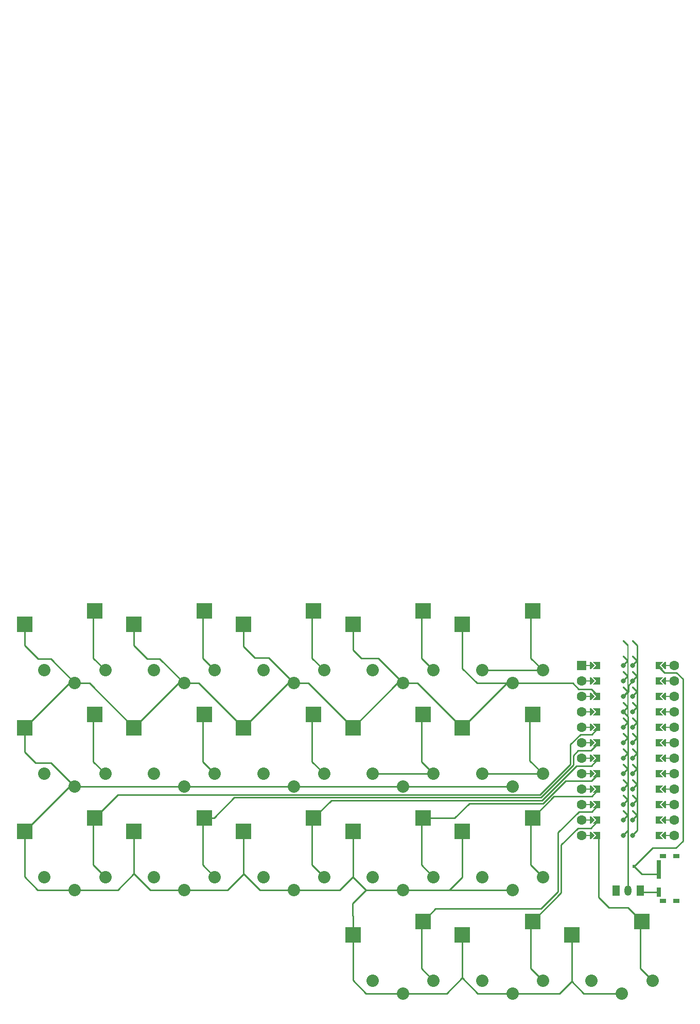
<source format=gbr>
%TF.GenerationSoftware,KiCad,Pcbnew,(6.0.7)*%
%TF.CreationDate,2022-08-24T19:26:19+02:00*%
%TF.ProjectId,leko_pona,6c656b6f-5f70-46f6-9e61-2e6b69636164,v1.0.0*%
%TF.SameCoordinates,Original*%
%TF.FileFunction,Copper,L1,Top*%
%TF.FilePolarity,Positive*%
%FSLAX46Y46*%
G04 Gerber Fmt 4.6, Leading zero omitted, Abs format (unit mm)*
G04 Created by KiCad (PCBNEW (6.0.7)) date 2022-08-24 19:26:19*
%MOMM*%
%LPD*%
G01*
G04 APERTURE LIST*
G04 Aperture macros list*
%AMFreePoly0*
4,1,5,0.125000,-0.500000,-0.125000,-0.500000,-0.125000,0.500000,0.125000,0.500000,0.125000,-0.500000,0.125000,-0.500000,$1*%
%AMFreePoly1*
4,1,6,0.600000,0.200000,0.000000,-0.400000,-0.600000,0.200000,-0.600000,0.400000,0.600000,0.400000,0.600000,0.200000,0.600000,0.200000,$1*%
%AMFreePoly2*
4,1,6,0.600000,-0.250000,-0.600000,-0.250000,-0.600000,1.000000,0.000000,0.400000,0.600000,1.000000,0.600000,-0.250000,0.600000,-0.250000,$1*%
%AMFreePoly3*
4,1,49,0.088388,4.152388,0.854389,3.386388,0.867708,3.368551,0.871189,3.365530,0.871982,3.362827,0.875852,3.357644,0.882333,3.327543,0.891000,3.298000,0.891000,0.766000,0.887805,0.743969,0.888131,0.739371,0.886780,0.736898,0.885852,0.730498,0.869154,0.704638,0.854389,0.677612,0.088388,-0.088388,0.064607,-0.106146,0.062500,-0.108253,0.061385,-0.108552,0.059644,-0.109852,
0.043810,-0.113261,0.000000,-0.125000,-0.004774,-0.123721,-0.009154,-0.124664,-0.028953,-0.117242,-0.062500,-0.108253,-0.068237,-0.102516,-0.075052,-0.099961,-0.087614,-0.083139,-0.108253,-0.062500,-0.111178,-0.051584,-0.117161,-0.043572,-0.118539,-0.024114,-0.125000,0.000000,-0.121239,0.014035,-0.122131,0.026629,-0.113759,0.041953,-0.108253,0.062500,-0.095642,0.075111,-0.088388,0.088388,
0.641000,0.817777,0.641000,3.246223,-0.088388,3.975612,-0.109852,4.004356,-0.124664,4.073154,-0.099961,4.139052,-0.043572,4.181161,0.026629,4.186131,0.088388,4.152388,0.088388,4.152388,$1*%
%AMFreePoly4*
4,1,49,0.088388,4.152388,0.850389,3.390388,0.863708,3.372551,0.867189,3.369530,0.867982,3.366827,0.871852,3.361644,0.878333,3.331543,0.887000,3.302000,0.887000,0.762000,0.883805,0.739969,0.884131,0.735371,0.882780,0.732898,0.881852,0.726498,0.865154,0.700638,0.850389,0.673612,0.088388,-0.088388,0.064607,-0.106146,0.062500,-0.108253,0.061385,-0.108552,0.059644,-0.109852,
0.043810,-0.113261,0.000000,-0.125000,-0.004774,-0.123721,-0.009154,-0.124664,-0.028953,-0.117242,-0.062500,-0.108253,-0.068237,-0.102516,-0.075052,-0.099961,-0.087614,-0.083139,-0.108253,-0.062500,-0.111178,-0.051584,-0.117161,-0.043572,-0.118539,-0.024114,-0.125000,0.000000,-0.121239,0.014035,-0.122131,0.026629,-0.113759,0.041953,-0.108253,0.062500,-0.095642,0.075111,-0.088388,0.088388,
0.637000,0.813777,0.637000,3.250223,-0.088388,3.975612,-0.109852,4.004356,-0.124664,4.073154,-0.099961,4.139052,-0.043572,4.181161,0.026629,4.186131,0.088388,4.152388,0.088388,4.152388,$1*%
G04 Aperture macros list end*
%TA.AperFunction,SMDPad,CuDef*%
%ADD10R,2.600000X2.600000*%
%TD*%
%TA.AperFunction,ComponentPad*%
%ADD11C,0.600000*%
%TD*%
%TA.AperFunction,ComponentPad*%
%ADD12C,2.032000*%
%TD*%
%TA.AperFunction,SMDPad,CuDef*%
%ADD13R,1.000000X0.800000*%
%TD*%
%TA.AperFunction,SMDPad,CuDef*%
%ADD14R,0.700000X1.500000*%
%TD*%
%TA.AperFunction,ComponentPad*%
%ADD15C,1.600000*%
%TD*%
%TA.AperFunction,SMDPad,CuDef*%
%ADD16FreePoly0,90.000000*%
%TD*%
%TA.AperFunction,SMDPad,CuDef*%
%ADD17FreePoly1,270.000000*%
%TD*%
%TA.AperFunction,SMDPad,CuDef*%
%ADD18FreePoly0,270.000000*%
%TD*%
%TA.AperFunction,SMDPad,CuDef*%
%ADD19FreePoly1,90.000000*%
%TD*%
%TA.AperFunction,ComponentPad*%
%ADD20R,1.600000X1.600000*%
%TD*%
%TA.AperFunction,SMDPad,CuDef*%
%ADD21FreePoly2,270.000000*%
%TD*%
%TA.AperFunction,SMDPad,CuDef*%
%ADD22FreePoly3,270.000000*%
%TD*%
%TA.AperFunction,ComponentPad*%
%ADD23C,0.800000*%
%TD*%
%TA.AperFunction,SMDPad,CuDef*%
%ADD24FreePoly4,90.000000*%
%TD*%
%TA.AperFunction,SMDPad,CuDef*%
%ADD25FreePoly2,90.000000*%
%TD*%
%TA.AperFunction,ComponentPad*%
%ADD26R,1.200000X1.700000*%
%TD*%
%TA.AperFunction,ComponentPad*%
%ADD27O,1.200000X1.700000*%
%TD*%
%TA.AperFunction,Conductor*%
%ADD28C,0.250000*%
%TD*%
G04 APERTURE END LIST*
D10*
%TO.P,S31,1*%
%TO.N,thumb_tucky_default*%
X57275000Y-11050000D03*
%TO.P,S31,2*%
%TO.N,GND*%
X45725000Y-13250000D03*
%TD*%
%TO.P,S19,1*%
%TO.N,main_index_bottom*%
X57275000Y5950000D03*
%TO.P,S19,2*%
%TO.N,GND*%
X45725000Y3750000D03*
%TD*%
%TO.P,S9,1*%
%TO.N,main_ring_home*%
X21275000Y22950000D03*
%TO.P,S9,2*%
%TO.N,GND*%
X9725000Y20750000D03*
%TD*%
%TO.P,S11,1*%
%TO.N,main_ring_top*%
X21275000Y39950000D03*
%TO.P,S11,2*%
%TO.N,GND*%
X9725000Y37750000D03*
%TD*%
%TO.P,S7,1*%
%TO.N,main_ring_bottom*%
X21275000Y5950000D03*
%TO.P,S7,2*%
%TO.N,GND*%
X9725000Y3750000D03*
%TD*%
D11*
%TO.P,REF\u002A\u002A,1*%
%TO.N,RAW*%
X92000000Y-2000000D03*
%TD*%
D10*
%TO.P,S23,1*%
%TO.N,main_index_top*%
X57275000Y39950000D03*
%TO.P,S23,2*%
%TO.N,GND*%
X45725000Y37750000D03*
%TD*%
%TO.P,S1,1*%
%TO.N,main_pinky_bottom*%
X3275000Y5950000D03*
%TO.P,S1,2*%
%TO.N,GND*%
X-8275000Y3750000D03*
%TD*%
D12*
%TO.P,S28,1*%
%TO.N,main_inner_home*%
X67000000Y13200000D03*
X77000000Y13200000D03*
%TO.P,S28,2*%
%TO.N,GND*%
X72000000Y11100000D03*
X72000000Y11100000D03*
%TD*%
%TO.P,S8,1*%
%TO.N,main_ring_bottom*%
X13000000Y-3800000D03*
X23000000Y-3800000D03*
%TO.P,S8,2*%
%TO.N,GND*%
X18000000Y-5900000D03*
X18000000Y-5900000D03*
%TD*%
%TO.P,S20,1*%
%TO.N,main_index_bottom*%
X49000000Y-3800000D03*
X59000000Y-3800000D03*
%TO.P,S20,2*%
%TO.N,GND*%
X54000000Y-5900000D03*
X54000000Y-5900000D03*
%TD*%
D13*
%TO.P,,*%
%TO.N,*%
X98930000Y-350000D03*
X98930000Y-7650000D03*
X96720000Y-350000D03*
X96720000Y-7650000D03*
D14*
%TO.P,,1*%
%TO.N,pos*%
X96070000Y-6250000D03*
%TO.P,,2*%
%TO.N,RAW*%
X96070000Y-3250000D03*
%TO.P,,3*%
%TO.N,N/C*%
X96070000Y-1750000D03*
%TD*%
D10*
%TO.P,S33,1*%
%TO.N,thumb_middle_default*%
X75275000Y-11050000D03*
%TO.P,S33,2*%
%TO.N,GND*%
X63725000Y-13250000D03*
%TD*%
D12*
%TO.P,S22,1*%
%TO.N,main_index_home*%
X59000000Y13200000D03*
X49000000Y13200000D03*
%TO.P,S22,2*%
%TO.N,GND*%
X54000000Y11100000D03*
X54000000Y11100000D03*
%TD*%
%TO.P,S6,1*%
%TO.N,main_pinky_top*%
X5000000Y30200000D03*
X-5000000Y30200000D03*
%TO.P,S6,2*%
%TO.N,GND*%
X0Y28100000D03*
X0Y28100000D03*
%TD*%
D10*
%TO.P,S27,1*%
%TO.N,main_inner_home*%
X75275000Y22950000D03*
%TO.P,S27,2*%
%TO.N,GND*%
X63725000Y20750000D03*
%TD*%
D12*
%TO.P,S14,1*%
%TO.N,main_middle_bottom*%
X41000000Y-3800000D03*
X31000000Y-3800000D03*
%TO.P,S14,2*%
%TO.N,GND*%
X36000000Y-5900000D03*
X36000000Y-5900000D03*
%TD*%
%TO.P,S34,1*%
%TO.N,thumb_middle_default*%
X67000000Y-20800000D03*
X77000000Y-20800000D03*
%TO.P,S34,2*%
%TO.N,GND*%
X72000000Y-22900000D03*
X72000000Y-22900000D03*
%TD*%
D10*
%TO.P,S15,1*%
%TO.N,main_middle_home*%
X39275000Y22950000D03*
%TO.P,S15,2*%
%TO.N,GND*%
X27725000Y20750000D03*
%TD*%
D12*
%TO.P,S18,1*%
%TO.N,main_middle_top*%
X31000000Y30200000D03*
X41000000Y30200000D03*
%TO.P,S18,2*%
%TO.N,GND*%
X36000000Y28100000D03*
X36000000Y28100000D03*
%TD*%
D10*
%TO.P,S21,1*%
%TO.N,main_index_home*%
X57275000Y22950000D03*
%TO.P,S21,2*%
%TO.N,GND*%
X45725000Y20750000D03*
%TD*%
D12*
%TO.P,S32,1*%
%TO.N,thumb_tucky_default*%
X59000000Y-20800000D03*
X49000000Y-20800000D03*
%TO.P,S32,2*%
%TO.N,GND*%
X54000000Y-22900000D03*
X54000000Y-22900000D03*
%TD*%
%TO.P,S30,1*%
%TO.N,main_inner_top*%
X67000000Y30200000D03*
X77000000Y30200000D03*
%TO.P,S30,2*%
%TO.N,GND*%
X72000000Y28100000D03*
X72000000Y28100000D03*
%TD*%
D10*
%TO.P,S29,1*%
%TO.N,main_inner_top*%
X75275000Y39950000D03*
%TO.P,S29,2*%
%TO.N,GND*%
X63725000Y37750000D03*
%TD*%
%TO.P,S25,1*%
%TO.N,main_inner_bottom*%
X75275000Y5950000D03*
%TO.P,S25,2*%
%TO.N,GND*%
X63725000Y3750000D03*
%TD*%
D12*
%TO.P,S36,1*%
%TO.N,thumb_reachy_default*%
X95000000Y-20800000D03*
X85000000Y-20800000D03*
%TO.P,S36,2*%
%TO.N,GND*%
X90000000Y-22900000D03*
X90000000Y-22900000D03*
%TD*%
D10*
%TO.P,S17,1*%
%TO.N,main_middle_top*%
X39275000Y39950000D03*
%TO.P,S17,2*%
%TO.N,GND*%
X27725000Y37750000D03*
%TD*%
%TO.P,S35,1*%
%TO.N,thumb_reachy_default*%
X93275000Y-11050000D03*
%TO.P,S35,2*%
%TO.N,GND*%
X81725000Y-13250000D03*
%TD*%
D12*
%TO.P,S12,1*%
%TO.N,main_ring_top*%
X13000000Y30200000D03*
X23000000Y30200000D03*
%TO.P,S12,2*%
%TO.N,GND*%
X18000000Y28100000D03*
X18000000Y28100000D03*
%TD*%
D10*
%TO.P,S13,1*%
%TO.N,main_middle_bottom*%
X39275000Y5950000D03*
%TO.P,S13,2*%
%TO.N,GND*%
X27725000Y3750000D03*
%TD*%
D15*
%TO.P,MCU1,*%
%TO.N,*%
X98620000Y28430000D03*
D16*
X84650000Y15730000D03*
D17*
X96842000Y13190000D03*
D18*
X97350000Y20810000D03*
D16*
X84650000Y28430000D03*
D15*
X83380000Y15730000D03*
D19*
X85158000Y8110000D03*
D15*
X98620000Y23350000D03*
X98620000Y8110000D03*
X98620000Y13190000D03*
D17*
X96842000Y23350000D03*
D19*
X85158000Y20810000D03*
D18*
X97350000Y5570000D03*
D15*
X83380000Y20810000D03*
X83380000Y23350000D03*
D18*
X97350000Y18270000D03*
D19*
X85158000Y10650000D03*
D15*
X83380000Y10650000D03*
D18*
X97350000Y25890000D03*
D17*
X96842000Y15730000D03*
D18*
X97350000Y23350000D03*
D15*
X83380000Y18270000D03*
X98620000Y30970000D03*
X98620000Y3030000D03*
X98620000Y25890000D03*
X83380000Y5570000D03*
D16*
X84650000Y23350000D03*
D15*
X98620000Y20810000D03*
D18*
X97350000Y28430000D03*
D19*
X85158000Y15730000D03*
D15*
X83380000Y28430000D03*
D18*
X97350000Y13190000D03*
X97350000Y15730000D03*
D16*
X84650000Y20810000D03*
D17*
X96842000Y18270000D03*
D20*
X83380000Y30970000D03*
D15*
X83380000Y30970000D03*
D19*
X85158000Y13190000D03*
X85158000Y25890000D03*
D17*
X96842000Y30970000D03*
D15*
X98620000Y15730000D03*
X83380000Y25890000D03*
D16*
X84650000Y30970000D03*
D15*
X98620000Y18270000D03*
D16*
X84650000Y18270000D03*
D19*
X85158000Y28430000D03*
D18*
X97350000Y30970000D03*
D15*
X98620000Y5570000D03*
D16*
X84650000Y5570000D03*
X84650000Y25890000D03*
D19*
X85158000Y18270000D03*
D17*
X96842000Y5570000D03*
D19*
X85158000Y3030000D03*
D15*
X83380000Y3030000D03*
D19*
X85158000Y30970000D03*
X85158000Y5570000D03*
D15*
X83380000Y8110000D03*
D17*
X96842000Y3030000D03*
X96842000Y8110000D03*
D16*
X84650000Y13190000D03*
D19*
X85158000Y23350000D03*
D18*
X97350000Y8110000D03*
D17*
X96842000Y20810000D03*
D15*
X98620000Y10650000D03*
D16*
X84650000Y10650000D03*
X84650000Y8110000D03*
D18*
X97350000Y3030000D03*
D17*
X96842000Y28430000D03*
D15*
X83380000Y13190000D03*
D17*
X96842000Y10650000D03*
D18*
X97350000Y10650000D03*
D17*
X96842000Y25890000D03*
D16*
X84650000Y3030000D03*
D21*
%TO.P,MCU1,1*%
%TO.N,RAW*%
X95826000Y30970000D03*
D22*
X91762000Y30970000D03*
D23*
X91762000Y30970000D03*
D21*
%TO.P,MCU1,2*%
%TO.N,GND*%
X95826000Y28430000D03*
D23*
X91762000Y28430000D03*
D22*
X91762000Y28430000D03*
D23*
%TO.P,MCU1,3*%
%TO.N,RST*%
X91762000Y25890000D03*
D22*
X91762000Y25890000D03*
D21*
X95826000Y25890000D03*
%TO.P,MCU1,4*%
%TO.N,VCC*%
X95826000Y23350000D03*
D22*
X91762000Y23350000D03*
D23*
X91762000Y23350000D03*
%TO.P,MCU1,5*%
%TO.N,main_middle_top*%
X91762000Y20810000D03*
D21*
X95826000Y20810000D03*
D22*
X91762000Y20810000D03*
%TO.P,MCU1,6*%
%TO.N,main_ring_top*%
X91762000Y18270000D03*
D21*
X95826000Y18270000D03*
D23*
X91762000Y18270000D03*
D21*
%TO.P,MCU1,7*%
%TO.N,main_pinky_top*%
X95826000Y15730000D03*
D23*
X91762000Y15730000D03*
D22*
X91762000Y15730000D03*
D23*
%TO.P,MCU1,8*%
%TO.N,main_inner_home*%
X91762000Y13190000D03*
D21*
X95826000Y13190000D03*
D22*
X91762000Y13190000D03*
D21*
%TO.P,MCU1,9*%
%TO.N,main_index_home*%
X95826000Y10650000D03*
D23*
X91762000Y10650000D03*
D22*
X91762000Y10650000D03*
D21*
%TO.P,MCU1,10*%
%TO.N,main_middle_home*%
X95826000Y8110000D03*
D23*
X91762000Y8110000D03*
D22*
X91762000Y8110000D03*
D23*
%TO.P,MCU1,11*%
%TO.N,main_ring_home*%
X91762000Y5570000D03*
D22*
X91762000Y5570000D03*
D21*
X95826000Y5570000D03*
D23*
%TO.P,MCU1,12*%
%TO.N,main_pinky_home*%
X91762000Y3030000D03*
D21*
X95826000Y3030000D03*
D22*
X91762000Y3030000D03*
D23*
%TO.P,MCU1,13*%
%TO.N,thumb_reachy_default*%
X90238000Y3030000D03*
D24*
X90238000Y3030000D03*
D25*
X86174000Y3030000D03*
%TO.P,MCU1,14*%
%TO.N,thumb_middle_default*%
X86174000Y5570000D03*
D24*
X90238000Y5570000D03*
D23*
X90238000Y5570000D03*
D25*
%TO.P,MCU1,15*%
%TO.N,thumb_tucky_default*%
X86174000Y8110000D03*
D23*
X90238000Y8110000D03*
D24*
X90238000Y8110000D03*
D25*
%TO.P,MCU1,16*%
%TO.N,main_inner_bottom*%
X86174000Y10650000D03*
D24*
X90238000Y10650000D03*
D23*
X90238000Y10650000D03*
%TO.P,MCU1,17*%
%TO.N,main_index_bottom*%
X90238000Y13190000D03*
D25*
X86174000Y13190000D03*
D24*
X90238000Y13190000D03*
%TO.P,MCU1,18*%
%TO.N,main_middle_bottom*%
X90238000Y15730000D03*
D25*
X86174000Y15730000D03*
D23*
X90238000Y15730000D03*
D25*
%TO.P,MCU1,19*%
%TO.N,main_ring_bottom*%
X86174000Y18270000D03*
D24*
X90238000Y18270000D03*
D23*
X90238000Y18270000D03*
D25*
%TO.P,MCU1,20*%
%TO.N,main_pinky_bottom*%
X86174000Y20810000D03*
D24*
X90238000Y20810000D03*
D23*
X90238000Y20810000D03*
D25*
%TO.P,MCU1,21*%
%TO.N,GND*%
X86174000Y23350000D03*
D24*
X90238000Y23350000D03*
D23*
X90238000Y23350000D03*
D24*
%TO.P,MCU1,22*%
X90238000Y25890000D03*
D25*
X86174000Y25890000D03*
D23*
X90238000Y25890000D03*
%TO.P,MCU1,23*%
%TO.N,main_index_top*%
X90238000Y28430000D03*
D24*
X90238000Y28430000D03*
D25*
X86174000Y28430000D03*
D24*
%TO.P,MCU1,24*%
%TO.N,main_inner_top*%
X90238000Y30970000D03*
D25*
X86174000Y30970000D03*
D23*
X90238000Y30970000D03*
%TD*%
D12*
%TO.P,S24,1*%
%TO.N,main_index_top*%
X49000000Y30200000D03*
X59000000Y30200000D03*
%TO.P,S24,2*%
%TO.N,GND*%
X54000000Y28100000D03*
X54000000Y28100000D03*
%TD*%
%TO.P,S16,1*%
%TO.N,main_middle_home*%
X41000000Y13200000D03*
X31000000Y13200000D03*
%TO.P,S16,2*%
%TO.N,GND*%
X36000000Y11100000D03*
X36000000Y11100000D03*
%TD*%
%TO.P,S10,1*%
%TO.N,main_ring_home*%
X23000000Y13200000D03*
X13000000Y13200000D03*
%TO.P,S10,2*%
%TO.N,GND*%
X18000000Y11100000D03*
X18000000Y11100000D03*
%TD*%
D10*
%TO.P,S3,1*%
%TO.N,main_pinky_home*%
X3275000Y22950000D03*
%TO.P,S3,2*%
%TO.N,GND*%
X-8275000Y20750000D03*
%TD*%
D12*
%TO.P,S26,1*%
%TO.N,main_inner_bottom*%
X77000000Y-3800000D03*
X67000000Y-3800000D03*
%TO.P,S26,2*%
%TO.N,GND*%
X72000000Y-5900000D03*
X72000000Y-5900000D03*
%TD*%
D26*
%TO.P,JST1,1*%
%TO.N,pos*%
X93000000Y-6000000D03*
D27*
%TO.P,JST1,2*%
%TO.N,GND*%
X91000000Y-6000000D03*
D26*
%TO.P,JST1,3*%
%TO.N,pos*%
X89000000Y-6000000D03*
%TD*%
D12*
%TO.P,S2,1*%
%TO.N,main_pinky_bottom*%
X-5000000Y-3800000D03*
X5000000Y-3800000D03*
%TO.P,S2,2*%
%TO.N,GND*%
X0Y-5900000D03*
X0Y-5900000D03*
%TD*%
%TO.P,S4,1*%
%TO.N,main_pinky_home*%
X-5000000Y13200000D03*
X5000000Y13200000D03*
%TO.P,S4,2*%
%TO.N,GND*%
X0Y11100000D03*
X0Y11100000D03*
%TD*%
D10*
%TO.P,S5,1*%
%TO.N,main_pinky_top*%
X3275000Y39950000D03*
%TO.P,S5,2*%
%TO.N,GND*%
X-8275000Y37750000D03*
%TD*%
D28*
%TO.N,main_pinky_bottom*%
X3000000Y5675000D02*
X3275000Y5950000D01*
X76476886Y9749678D02*
X81500000Y14772792D01*
X81500000Y18017470D02*
X83167530Y19685000D01*
X3000000Y-1800000D02*
X3000000Y5675000D01*
X83167530Y19685000D02*
X85049000Y19685000D01*
X3275000Y5950000D02*
X7074678Y9749678D01*
X85049000Y19685000D02*
X86174000Y20810000D01*
X81500000Y14772792D02*
X81500000Y18017470D01*
X7074678Y9749678D02*
X76476886Y9749678D01*
X5000000Y-3800000D02*
X3000000Y-1800000D01*
%TO.N,GND*%
X91037000Y27705000D02*
X91037000Y26689000D01*
X45720000Y-8089737D02*
X47875658Y-5934079D01*
X83735858Y-22900000D02*
X90000000Y-22900000D01*
X45725000Y3750000D02*
X45725000Y-3753470D01*
X0Y28100000D02*
X-3966315Y32066315D01*
X20375000Y28100000D02*
X18000000Y28100000D01*
X66149733Y28100000D02*
X72000000Y28100000D01*
X-8275000Y34275000D02*
X-8275000Y37750000D01*
X79714142Y-22900000D02*
X81725000Y-20889142D01*
X18000000Y11100000D02*
X36000000Y11100000D01*
X43600000Y-5900000D02*
X36000000Y-5900000D01*
X72000000Y28100000D02*
X81900000Y28100000D01*
X45720000Y-10160000D02*
X45720000Y-8089737D01*
X63725000Y37750000D02*
X63725000Y30524733D01*
X45725000Y-13250000D02*
X45725000Y-20725000D01*
X27725000Y34128404D02*
X29619924Y32233480D01*
X61160185Y-22900000D02*
X63725000Y-20335185D01*
X29619924Y32233480D02*
X31866520Y32233480D01*
X82865906Y27134094D02*
X84929906Y27134094D01*
X63725000Y-20335185D02*
X63725000Y-13250000D01*
X-8275000Y16791315D02*
X-6483685Y15000000D01*
X47152389Y32151923D02*
X49948077Y32151923D01*
X-8275000Y20750000D02*
X-8275000Y16791315D01*
X17075000Y28100000D02*
X9725000Y20750000D01*
X63725000Y20750000D02*
X56375000Y28100000D01*
X35075000Y28100000D02*
X27725000Y20750000D01*
X47871530Y-5900000D02*
X54000000Y-5900000D01*
X63725000Y3750000D02*
X63725000Y-3775000D01*
X27725000Y20750000D02*
X20375000Y28100000D01*
X45747642Y-3799711D02*
X45700289Y-3799711D01*
X-8275000Y3750000D02*
X-8275000Y-3725000D01*
X27725000Y-2960133D02*
X27725000Y3750000D01*
X72000000Y-22900000D02*
X79714142Y-22900000D01*
X-6066315Y32066315D02*
X-8275000Y34275000D01*
X9725000Y37750000D02*
X9725000Y34275000D01*
X84929906Y27134094D02*
X86174000Y25890000D01*
X27725000Y-3225000D02*
X30400000Y-5900000D01*
X18000000Y-5900000D02*
X25100000Y-5900000D01*
X91762000Y28430000D02*
X91037000Y27705000D01*
X25100000Y-5900000D02*
X27725000Y-3275000D01*
X-925000Y28100000D02*
X-8275000Y20750000D01*
X54000000Y-22900000D02*
X61160185Y-22900000D01*
X-8275000Y3750000D02*
X-925000Y11100000D01*
X90238000Y23350000D02*
X91000000Y22588000D01*
X-6483685Y15000000D02*
X-3900000Y15000000D01*
X11854873Y32145127D02*
X13954873Y32145127D01*
X13954873Y32145127D02*
X18000000Y28100000D01*
X81900000Y28100000D02*
X82865906Y27134094D01*
X31866520Y32233480D02*
X36000000Y28100000D01*
X56375000Y28100000D02*
X54000000Y28100000D01*
X63725000Y-20335185D02*
X66289815Y-22900000D01*
X63725000Y-3775000D02*
X61600000Y-5900000D01*
X81725000Y-20889142D02*
X81725000Y-13250000D01*
X81725000Y-20889142D02*
X83735858Y-22900000D01*
X27725000Y-2960133D02*
X27725000Y-3225000D01*
X45725000Y-3753470D02*
X47871530Y-5900000D01*
X18000000Y-5900000D02*
X12403798Y-5900000D01*
X27725000Y-3275000D02*
X27725000Y-2960133D01*
X45725000Y-20725000D02*
X47900000Y-22900000D01*
X12403798Y-5900000D02*
X9725000Y-3221202D01*
X91000000Y22588000D02*
X91000000Y-6000000D01*
X60918757Y-5900000D02*
X72000000Y-5900000D01*
X-3900000Y15000000D02*
X0Y11100000D01*
X63725000Y30524733D02*
X66149733Y28100000D01*
X9725000Y34275000D02*
X11854873Y32145127D01*
X-8275000Y-3725000D02*
X-6100000Y-5900000D01*
X61600000Y-5900000D02*
X60500000Y-5900000D01*
X9725000Y20750000D02*
X2375000Y28100000D01*
X54000000Y28100000D02*
X53075000Y28100000D01*
X71075000Y28100000D02*
X63725000Y20750000D01*
X47900000Y-22900000D02*
X54000000Y-22900000D01*
X45725000Y37750000D02*
X45725000Y33579312D01*
X45725000Y-10165000D02*
X45720000Y-10160000D01*
X45725000Y-13250000D02*
X45725000Y-10165000D01*
X7046202Y-5900000D02*
X9725000Y-3221202D01*
X45725000Y20750000D02*
X38375000Y28100000D01*
X45725000Y33579312D02*
X47152389Y32151923D01*
X66289815Y-22900000D02*
X72000000Y-22900000D01*
X-3966315Y32066315D02*
X-6066315Y32066315D01*
X0Y-5900000D02*
X7046202Y-5900000D01*
X9725000Y-3221202D02*
X9725000Y3750000D01*
X53075000Y28100000D02*
X45725000Y20750000D01*
X72000000Y28100000D02*
X71075000Y28100000D01*
X-6100000Y-5900000D02*
X0Y-5900000D01*
X18000000Y28100000D02*
X17075000Y28100000D01*
X36000000Y28100000D02*
X35075000Y28100000D01*
X2375000Y28100000D02*
X0Y28100000D01*
X0Y11100000D02*
X18000000Y11100000D01*
X49948077Y32151923D02*
X54000000Y28100000D01*
X45700289Y-3799711D02*
X43600000Y-5900000D01*
X27725000Y37750000D02*
X27725000Y34128404D01*
X0Y28100000D02*
X-925000Y28100000D01*
X91037000Y26689000D02*
X90238000Y25890000D01*
X54000000Y-5900000D02*
X60918757Y-5900000D01*
X36000000Y11100000D02*
X54000000Y11100000D01*
X-925000Y11100000D02*
X0Y11100000D01*
X72000000Y11100000D02*
X54000000Y11100000D01*
X30400000Y-5900000D02*
X36000000Y-5900000D01*
X38375000Y28100000D02*
X36000000Y28100000D01*
%TO.N,main_pinky_home*%
X5000000Y13200000D02*
X3000000Y15200000D01*
X3000000Y22675000D02*
X3275000Y22950000D01*
X3000000Y15200000D02*
X3000000Y22675000D01*
%TO.N,main_pinky_top*%
X5000000Y30200000D02*
X3000000Y32200000D01*
X3000000Y39675000D02*
X3275000Y39950000D01*
X3000000Y32200000D02*
X3000000Y39675000D01*
%TO.N,main_ring_bottom*%
X82000000Y14636396D02*
X76663282Y9299678D01*
X84904000Y17000000D02*
X82799372Y17000000D01*
X26224520Y9299678D02*
X22874842Y5950000D01*
X22874842Y5950000D02*
X21275000Y5950000D01*
X21000000Y-1800000D02*
X21000000Y5675000D01*
X82799372Y17000000D02*
X82000000Y16200628D01*
X86174000Y18270000D02*
X84904000Y17000000D01*
X21000000Y5675000D02*
X21275000Y5950000D01*
X76663282Y9299678D02*
X26224520Y9299678D01*
X23000000Y-3800000D02*
X21000000Y-1800000D01*
X82000000Y16200628D02*
X82000000Y14636396D01*
%TO.N,main_ring_home*%
X21000000Y22675000D02*
X21275000Y22950000D01*
X21000000Y15200000D02*
X21000000Y22675000D01*
X23000000Y13200000D02*
X21000000Y15200000D01*
%TO.N,main_ring_top*%
X21000000Y39675000D02*
X21000000Y32200000D01*
X21275000Y39950000D02*
X21000000Y39675000D01*
X21000000Y32200000D02*
X23000000Y30200000D01*
%TO.N,main_middle_bottom*%
X82500000Y14500000D02*
X76849678Y8849678D01*
X86174000Y15730000D02*
X84944000Y14500000D01*
X39000000Y-1800000D02*
X39000000Y5675000D01*
X84944000Y14500000D02*
X82500000Y14500000D01*
X41000000Y-3800000D02*
X39000000Y-1800000D01*
X42174678Y8849678D02*
X39275000Y5950000D01*
X39000000Y5675000D02*
X39275000Y5950000D01*
X76849678Y8849678D02*
X42174678Y8849678D01*
%TO.N,main_middle_home*%
X39000000Y22675000D02*
X39275000Y22950000D01*
X41000000Y13200000D02*
X39000000Y15200000D01*
X39000000Y15200000D02*
X39000000Y22675000D01*
%TO.N,main_middle_top*%
X39000000Y39675000D02*
X39275000Y39950000D01*
X41000000Y30200000D02*
X39000000Y32200000D01*
X39000000Y32200000D02*
X39000000Y39675000D01*
%TO.N,main_index_bottom*%
X86174000Y13190000D02*
X84984000Y12000000D01*
X64861162Y8329742D02*
X62481420Y5950000D01*
X57000000Y-1800000D02*
X57000000Y5675000D01*
X80688604Y12000000D02*
X77018346Y8329742D01*
X62481420Y5950000D02*
X57275000Y5950000D01*
X77018346Y8329742D02*
X64861162Y8329742D01*
X57000000Y5675000D02*
X57275000Y5950000D01*
X59000000Y-3800000D02*
X57000000Y-1800000D01*
X84984000Y12000000D02*
X80688604Y12000000D01*
%TO.N,main_index_home*%
X57000000Y22675000D02*
X57275000Y22950000D01*
X57000000Y15200000D02*
X57000000Y22675000D01*
X49000000Y13200000D02*
X59000000Y13200000D01*
X59000000Y13200000D02*
X57000000Y15200000D01*
%TO.N,main_index_top*%
X57000000Y39675000D02*
X57000000Y32200000D01*
X57275000Y39950000D02*
X57000000Y39675000D01*
X57000000Y32200000D02*
X59000000Y30200000D01*
%TO.N,main_inner_bottom*%
X86174000Y10650000D02*
X85024000Y9500000D01*
X75000000Y5675000D02*
X75275000Y5950000D01*
X77000000Y-3800000D02*
X75000000Y-1800000D01*
X85024000Y9500000D02*
X78825000Y9500000D01*
X75000000Y-1800000D02*
X75000000Y5675000D01*
X78825000Y9500000D02*
X75275000Y5950000D01*
%TO.N,main_inner_home*%
X77000000Y13200000D02*
X74840712Y15359288D01*
X77000000Y13200000D02*
X67000000Y13200000D01*
X74840712Y22515712D02*
X75275000Y22950000D01*
X74840712Y15359288D02*
X74840712Y22515712D01*
%TO.N,main_inner_top*%
X75000000Y39675000D02*
X75275000Y39950000D01*
X77000000Y30200000D02*
X67000000Y30200000D01*
X77000000Y30200000D02*
X75000000Y32200000D01*
X75000000Y32200000D02*
X75000000Y39675000D01*
%TO.N,thumb_tucky_default*%
X57000000Y-18800000D02*
X57000000Y-11325000D01*
X79500000Y-6188604D02*
X76688604Y-9000000D01*
X86174000Y8110000D02*
X85031888Y6967888D01*
X59325000Y-9000000D02*
X57275000Y-11050000D01*
X82917350Y6967888D02*
X79500000Y3550538D01*
X57000000Y-11325000D02*
X57275000Y-11050000D01*
X79500000Y3550538D02*
X79500000Y-6188604D01*
X76688604Y-9000000D02*
X59325000Y-9000000D01*
X59000000Y-20800000D02*
X57000000Y-18800000D01*
X85031888Y6967888D02*
X82917350Y6967888D01*
%TO.N,thumb_middle_default*%
X75000000Y-11325000D02*
X75275000Y-11050000D01*
X80000000Y-6325000D02*
X75275000Y-11050000D01*
X80000000Y1500000D02*
X80000000Y-6325000D01*
X77000000Y-20800000D02*
X75000000Y-18800000D01*
X75000000Y-18800000D02*
X75000000Y-11325000D01*
X82739433Y4239433D02*
X80000000Y1500000D01*
X86174000Y5570000D02*
X84843433Y4239433D01*
X84843433Y4239433D02*
X82739433Y4239433D01*
%TO.N,thumb_reachy_default*%
X93000000Y-11325000D02*
X93275000Y-11050000D01*
X86174000Y-7067891D02*
X87883410Y-8777301D01*
X87883410Y-8777301D02*
X91002301Y-8777301D01*
X95000000Y-20800000D02*
X93000000Y-18800000D01*
X91002301Y-8777301D02*
X93275000Y-11050000D01*
X86174000Y3030000D02*
X86174000Y-7067891D01*
X93000000Y-18800000D02*
X93000000Y-11325000D01*
%TO.N,pos*%
X93250000Y-6250000D02*
X93000000Y-6000000D01*
X96070000Y-6250000D02*
X93250000Y-6250000D01*
%TO.N,RAW*%
X100000000Y2134872D02*
X100000000Y28803078D01*
X96951000Y29845000D02*
X95826000Y30970000D01*
X98958078Y29845000D02*
X96951000Y29845000D01*
X93250000Y-3250000D02*
X96070000Y-3250000D01*
X92000000Y-2000000D02*
X95000000Y1000000D01*
X98865128Y1000000D02*
X100000000Y2134872D01*
X92000000Y-2000000D02*
X93250000Y-3250000D01*
X95000000Y1000000D02*
X98865128Y1000000D01*
X100000000Y28803078D02*
X98958078Y29845000D01*
%TD*%
M02*

</source>
